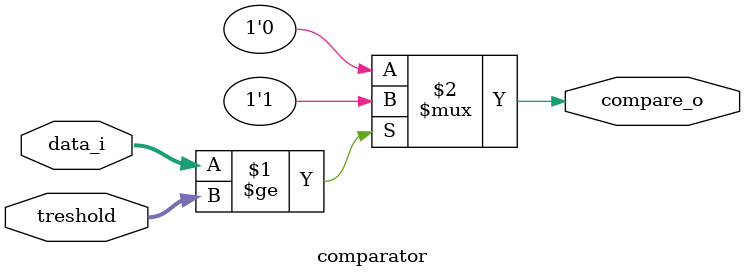
<source format=v>

module comparator #(parameter n=32)(data_i,treshold,compare_o);
  input [n-1:0] data_i, treshold; //maf filter output and treshold value  
  output compare_o; //output of the compare block
  //reg compare_o;

  assign compare_o = (data_i >= treshold) ? 1'b1:1'b0;

endmodule

</source>
